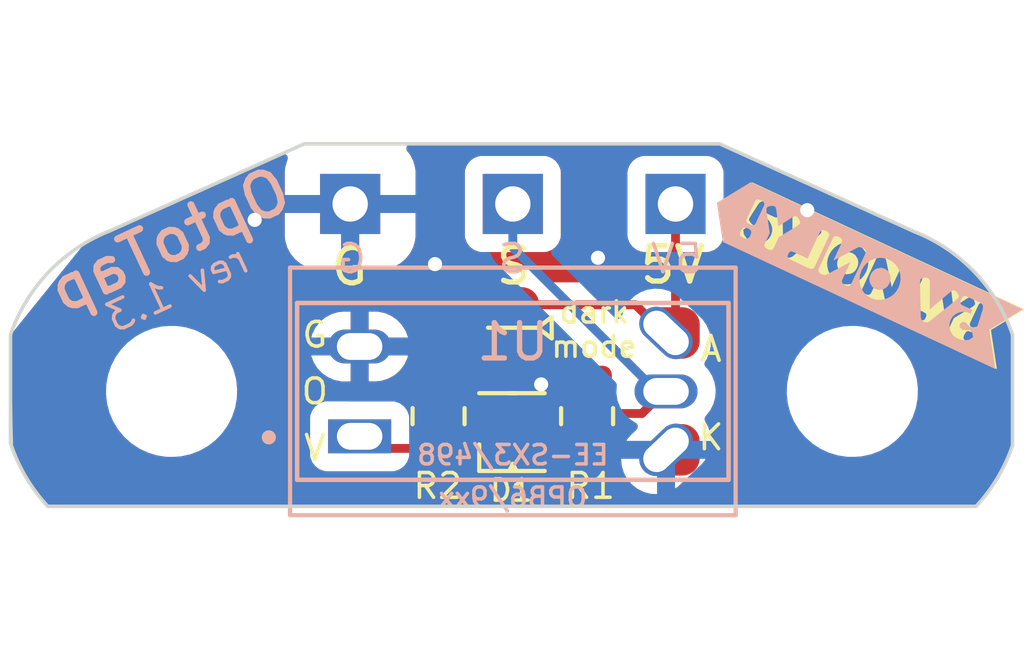
<source format=kicad_pcb>
(kicad_pcb (version 20221018) (generator pcbnew)
  (layers (0 "F.Cu" signal) (31 "B.Cu" signal) (34 "B.Paste" user) (35 "F.Paste" user) (36 "B.SilkS" user "B.Silkscreen") (37 "F.SilkS" user "F.Silkscreen") (38 "B.Mask" user) (39 "F.Mask" user) (44 "Edge.Cuts" user))
  (net 0 "")
  (net 1 "SIG")
  (net 2 "+5V")
  (net 3 "GND")
  (net 4 "Net-(D1-Pad2)")
  (net 6 "Net-(R2-Pad2)")
  (net 7 "Net-(JP1-Pad1)")
  (footprint "Jumper:SolderJumper-2_P1.3mm_Bridged_RoundedPad1.0x1.5mm" (layer "F.Cu") (at 112.4 63.7 90)
    (fp_text reference "JP1" hide)
    (fp_text value "SolderJumper_2_Bridged")
    (fp_poly (pts (xy 0.25 -0.3) (xy -0.25 -0.3) (xy -0.25 0.3) (xy 0.25 0.3)) (fill solid) (layer "F.Cu"))
    (fp_line (start -0.3 1.1) (end 0.3 1.1) (stroke (width 0.12)) (layer "F.SilkS"))
    (fp_line (start 0 -0.7) (end 0 0.7) (stroke (width 0.12)) (layer "F.SilkS"))
    (fp_line (start 0 0.7) (end -0.3 1.1) (stroke (width 0.12)) (layer "F.SilkS"))
    (fp_line (start 0.3 1.1) (end 0 0.7) (stroke (width 0.12)) (layer "F.SilkS"))
    (pad "1" smd custom (at -0.65 0 90) (size 1 0.5) (layers "F.Cu" "F.Mask") (net 7 "Net-(JP1-Pad1)") (options (clearance outline) (anchor rect)) (primitives (gr_circle (center 0 0.25) (end 0.5 0.25) (width 0) (fill yes)) (gr_circle (center 0 -0.25) (end 0.5 -0.25) (width 0) (fill yes)) (gr_poly (pts (xy 0.5 0.75) (xy 0 0.75) (xy 0 -0.75) (xy 0.5 -0.75)) (width 0) (fill yes))))
    (pad "2" smd custom (at 0.65 0 90) (size 1 0.5) (layers "F.Cu" "F.Mask") (net 2 "+5V") (options (clearance outline) (anchor rect)) (primitives (gr_circle (center 0 0.25) (end 0.5 0.25) (width 0) (fill yes)) (gr_circle (center 0 -0.25) (end 0.5 -0.25) (width 0) (fill yes)) (gr_poly (pts (xy 0 0.75) (xy -0.5 0.75) (xy -0.5 -0.75) (xy 0 -0.75)) (width 0) (fill yes))))
  )
  (footprint "" (layer "F.Cu") (at 122 65.5)
    (fp_text reference "" (at 0 0) (layer "F.SilkS") (effects (font (size 1.27 1.27))))
    (fp_text value "" (at 0 0) (layer "F.SilkS") (effects (font (size 1.27 1.27))))
    (pad "" np_thru_hole circle locked (at 0 0) (size 3.2 3.2) (drill 3.2) (layers "*.Cu" "*.Mask"))
  )
  (footprint "Connector_PinHeader_2.54mm:PinHeader_1x01_P2.54mm_Vertical" (layer "F.Cu") (at 107.8 60.2)
    (fp_text reference "J1" hide)
    (fp_text value "Conn_01x01_Male")
    (pad "1" thru_hole rect (at 0 0) (size 1.7 1.7) (drill 1) (layers "*.Cu" "*.Mask") (net 3 "GND") (thermal_gap 1))
  )
  (footprint "Resistor_SMD:R_0805_2012Metric" (layer "F.Cu") (at 110.3 66.2 -90)
    (fp_text reference "R2" (at 1.975 0.025 180) (layer "F.SilkS") (effects (font (size 0.7 0.7) (thickness 0.1))))
    (fp_text value "200R")
    (fp_line (start -0.227064 -0.735) (end 0.227064 -0.735) (stroke (width 0.12)) (layer "F.SilkS"))
    (fp_line (start -0.227064 0.735) (end 0.227064 0.735) (stroke (width 0.12)) (layer "F.SilkS"))
    (pad "1" smd roundrect (at -0.9125 0 270) (size 1.025 1.4) (layers "F.Cu" "F.Paste" "F.Mask") (roundrect_rratio 0.243902439) (net 2 "+5V"))
    (pad "2" smd roundrect (at 0.9125 0 270) (size 1.025 1.4) (layers "F.Cu" "F.Paste" "F.Mask") (roundrect_rratio 0.243902439) (net 6 "Net-(R2-Pad2)"))
  )
  (footprint "LED_SMD:LED_0606_1432" (layer "F.Cu") (at 112.4 66.65 90)
    (fp_text reference "D1" (at -1.65 -0.05 unlocked) (layer "F.SilkS") (effects (font (size 0.6 0.6) (thickness 0.1))))
    (fp_text value "XL-1615RGBC")
    (fp_line (start -1.1 -0.95) (end -0.35 -0.95) (stroke (width 0.12)) (layer "F.SilkS"))
    (fp_line (start -1.1 -0.1) (end -0.9 0) (stroke (width 0.12)) (layer "F.SilkS"))
    (fp_line (start -1.1 0.9) (end -1.1 -0.95) (stroke (width 0.12)) (layer "F.SilkS"))
    (fp_line (start -0.9 0) (end -1.1 0.1) (stroke (width 0.12)) (layer "F.SilkS"))
    (fp_line (start 1.1 -0.1) (end 1.1 0.1) (stroke (width 0.12)) (layer "F.SilkS"))
    (fp_line (start 1.1 0.9) (end 1.1 -0.95) (stroke (width 0.12)) (layer "F.SilkS"))
    (pad "1" smd rect (at -0.7 -0.5 90) (size 0.6 0.7) (layers "F.Cu" "F.Paste" "F.Mask") (net 1 "SIG"))
    (pad "2" smd rect (at -0.7 0.5 90) (size 0.6 0.7) (layers "F.Cu" "F.Paste" "F.Mask") (net 4 "Net-(D1-Pad2)"))
    (pad "3" smd rect (at 0.7 0.5 90) (size 0.6 0.7) (layers "F.Cu" "F.Paste" "F.Mask") (net 3 "GND"))
    (pad "4" smd rect (at 0.7 -0.5 90) (size 0.6 0.7) (layers "F.Cu" "F.Paste" "F.Mask"))
  )
  (footprint "Connector_PinHeader_2.54mm:PinHeader_1x01_P2.54mm_Vertical" (layer "F.Cu") (at 112.4 60.2)
    (fp_text reference "J2" hide)
    (fp_text value "Conn_01x01_Male")
    (pad "1" thru_hole rect (at 0 0) (size 1.7 1.7) (drill 1) (layers "*.Cu" "*.Mask") (net 1 "SIG"))
  )
  (footprint "" (layer "F.Cu") (at 102.75 65.5)
    (fp_text reference "" (at 0 0) (layer "F.SilkS") (effects (font (size 1.27 1.27))))
    (fp_text value "" (at 0 0) (layer "F.SilkS") (effects (font (size 1.27 1.27))))
    (pad "" np_thru_hole circle locked (at 0 0) (size 3.2 3.2) (drill 3.2) (layers "*.Cu" "*.Mask"))
  )
  (footprint "Resistor_SMD:R_0805_2012Metric" (layer "F.Cu") (at 114.5 66.2 -90)
    (fp_text reference "R1" (at 1.975 -0.1 180) (layer "F.SilkS") (effects (font (size 0.7 0.7) (thickness 0.1))))
    (fp_text value "1K")
    (fp_line (start -0.227064 -0.735) (end 0.227064 -0.735) (stroke (width 0.12)) (layer "F.SilkS"))
    (fp_line (start -0.227064 0.735) (end 0.227064 0.735) (stroke (width 0.12)) (layer "F.SilkS"))
    (pad "1" smd roundrect (at -0.9125 0 270) (size 1.025 1.4) (layers "F.Cu" "F.Paste" "F.Mask") (roundrect_rratio 0.243902439) (net 7 "Net-(JP1-Pad1)"))
    (pad "2" smd roundrect (at 0.9125 0 270) (size 1.025 1.4) (layers "F.Cu" "F.Paste" "F.Mask") (roundrect_rratio 0.243902439) (net 4 "Net-(D1-Pad2)"))
  )
  (footprint "kibuzzard-6366C103" (layer "F.Cu") (at 122.35 62.1 -25)
    (fp_text reference "kibuzzard-6366C103" hide)
    (fp_text value "G***" hide)
    (fp_poly (pts (xy -0.8255 0) (xy -0.815358 0.088283) (xy -0.784931 0.164747) (xy -0.734219 0.229394) (xy -0.63758 0.295473) (xy -0.530225 0.3175) (xy -0.423069 0.296069) (xy -0.327025 0.231775) (xy -0.276754 0.168099) (xy -0.246592 0.091369) (xy -0.236537 0.001588) (xy -0.24668 -0.088371) (xy -0.277107 -0.165629) (xy -0.327819 -0.230187) (xy -0.424458 -0.295672) (xy -0.531812 -0.3175) (xy -0.638969 -0.295473) (xy -0.735012 -0.229394) (xy -0.785283 -0.164747) (xy -0.815446 -0.088283) (xy -0.8255 0)) (fill solid) (layer "F.SilkS"))
    (fp_poly (pts (xy -3.608387 -0.932392) (xy -3.939117 -0.932392) (xy -4.560711 0) (xy -3.939117 0.932392) (xy -3.608387 0.932392) (xy -3.228975 0.932392) (xy -3.228975 0.601663) (xy -3.324225 0.593372) (xy -3.413125 0.568501) (xy -3.495675 0.52705) (xy -3.535362 0.496888) (xy -3.548062 0.485775) (xy -3.608387 0.390525) (xy -3.54965 0.287338) (xy -3.457575 0.23495) (xy -3.351212 0.28575) (xy -3.251994 0.319088) (xy -3.147219 0.288925) (xy -3.113088 0.205581) (xy -3.150394 0.121444) (xy -3.235325 0.090488) (xy -3.311525 0.119063) (xy -3.398044 0.155575) (xy -3.498056 0.125413) (xy -3.571875 0.076994) (xy -3.589337 0.0381) (xy -3.5814 -0.036116) (xy -3.557587 -0.217487) (xy -3.533378 -0.396081) (xy -3.52425 -0.461962) (xy -3.513137 -0.4953) (xy -3.490119 -0.538163) (xy -3.448844 -0.572294) (xy -3.38455 -0.587375) (xy -3.14325 -0.585787) (xy -2.994025 -0.585787) (xy -2.938462 -0.583406) (xy -2.897187 -0.568325) (xy -2.865041 -0.525463) (xy -2.854325 -0.441325) (xy -2.864247 -0.364728) (xy -2.894012 -0.325437) (xy -2.932906 -0.310356) (xy -2.9845 -0.307975) (xy -3.262312 -0.307975) (xy -3.278187 -0.187325) (xy -3.222625 -0.1905) (xy -3.125435 -0.177888) (xy -3.034947 -0.140053) (xy -2.951162 -0.076994) (xy -2.884135 0.004322) (xy -2.843918 0.096926) (xy -2.830512 0.200819) (xy -2.843212 0.305241) (xy -2.881312 0.399433) (xy -2.944813 0.483394) (xy -3.027186 0.549099) (xy -3.121907 0.588522) (xy -3.228975 0.601663) (xy -3.228975 0.932392) (xy -2.160587 0.932392) (xy -2.160587 0.57785) (xy -2.176462 0.57785) (xy -2.251869 0.556419) (xy -2.30505 0.500063) (xy -2.7432 -0.388937) (xy -2.767012 -0.465137) (xy -2.743597 -0.518319) (xy -2.67335 -0.566737) (xy -2.593181 -0.593725) (xy -2.551112 -0.587375) (xy -2.524125 -0.56515) (xy -2.497931 -0.523081) (xy -2.476698 -0.478631) (xy -2.436812 -0.391319) (xy -2.385814 -0.279202) (xy -2.331244 -0.160337) (xy -2.276475 -0.041473) (xy -2.224881 0.070644) (xy -2.185789 0.155377) (xy -2.168525 0.192088) (xy -1.851025 -0.503238) (xy -1.8288 -0.550862) (xy -1.75895 -0.593725) (xy -1.665287 -0.566737) (xy -1.595041 -0.518319) (xy -1.571625 -0.465137) (xy -1.595437 -0.388937) (xy -2.033587 0.500063) (xy -2.086769 0.556419) (xy -2.160587 0.57785) (xy -2.160587 0.932392) (xy -0.52705 0.932392) (xy -0.52705 0.598488) (xy -0.643186 0.587573) (xy -0.750292 0.554831) (xy -0.84837 0.500261) (xy -0.937419 0.423863) (xy -1.011386 0.332383) (xy -1.06422 0.232569) (xy -1.095921 0.12442) (xy -1.106487 0.007938) (xy -1.094581 -0.119658) (xy -1.058862 -0.238919) (xy -1.0033 -0.344686) (xy -0.931862 -0.4318) (xy -0.846534 -0.501253) (xy -0.7493 -0.554037) (xy -0.644525 -0.587375) (xy -0.536575 -0.598487) (xy -0.42297 -0.587871) (xy -0.317103 -0.556022) (xy -0.218976 -0.50294) (xy -0.128587 -0.428625) (xy -0.052884 -0.338584) (xy 0.001191 -0.238323) (xy 0.033635 -0.127843) (xy 0.04445 -0.007144) (xy 0.034131 0.114002) (xy 0.003175 0.225822) (xy -0.048419 0.328315) (xy -0.12065 0.421481) (xy -0.207962 0.498921) (xy -0.3048 0.554236) (xy -0.411162 0.587425) (xy -0.52705 0.598488) (xy -0.52705 0.932392) (xy 1.02235 0.932392) (xy 1.02235 0.579438) (xy 0.936625 0.569913) (xy 0.896938 0.53975) (xy 0.784666 0.390172) (xy 0.685976 0.258939) (xy 0.600869 0.14605) (xy 0.529343 0.051506) (xy 0.471399 -0.024694) (xy 0.427038 -0.08255) (xy 0.427038 0.439738) (xy 0.424656 0.4953) (xy 0.409575 0.536575) (xy 0.367506 0.568722) (xy 0.28575 0.579438) (xy 0.206375 0.568722) (xy 0.1651 0.536575) (xy 0.150019 0.493713) (xy 0.147638 0.43815) (xy 0.147638 -0.447675) (xy 0.162719 -0.535781) (xy 0.207963 -0.573087) (xy 0.28575 -0.582613) (xy 0.361156 -0.573881) (xy 0.40005 -0.554037) (xy 0.436563 -0.512762) (xy 0.542043 -0.369491) (xy 0.635176 -0.243417) (xy 0.715963 -0.134541) (xy 0.784401 -0.042862) (xy 0.840493 0.031618) (xy 0.884238 0.0889) (xy 0.884238 -0.447675) (xy 0.899319 -0.535781) (xy 0.944563 -0.573087) (xy 1.019969 -0.582613) (xy 1.092994 -0.574675) (xy 1.134269 -0.555625) (xy 1.154113 -0.522287) (xy 1.163638 -0.441325) (xy 1.163638 0.439738) (xy 1.161256 0.4953) (xy 1.146175 0.536575) (xy 1.104106 0.568722) (xy 1.02235 0.579438) (xy 1.02235 0.932392) (xy 2.001838 0.932392) (xy 2.001838 0.579438) (xy 1.430338 0.579438) (xy 1.342231 0.564356) (xy 1.300163 0.519113) (xy 1.290638 0.43815) (xy 1.290638 -0.4445) (xy 1.293019 -0.499269) (xy 1.3081 -0.541337) (xy 1.350169 -0.573484) (xy 1.431925 -0.5842) (xy 1.520428 -0.569516) (xy 1.563688 -0.525463) (xy 1.571625 -0.442912) (xy 1.571625 0.344488) (xy 2.003425 0.344488) (xy 2.079625 0.356394) (xy 2.111375 0.3937) (xy 2.119313 0.461169) (xy 2.111375 0.528638) (xy 2.084388 0.563563) (xy 2.001838 0.579438) (xy 2.001838 0.932392) (xy 2.703513 0.932392) (xy 2.703513 0.582613) (xy 2.62255 0.573088) (xy 2.579688 0.538956) (xy 2.564606 0.496094) (xy 2.562225 0.439738) (xy 2.562225 0.1397) (xy 2.219325 -0.373062) (xy 2.182813 -0.4572) (xy 2.200275 -0.507008) (xy 2.252663 -0.554831) (xy 2.352675 -0.601663) (xy 2.4003 -0.588963) (xy 2.45745 -0.523875) (xy 2.703513 -0.130175) (xy 2.949575 -0.523875) (xy 3.001963 -0.586581) (xy 3.053556 -0.601663) (xy 3.146425 -0.561975) (xy 3.204766 -0.508794) (xy 3.224213 -0.4572) (xy 3.1877 -0.373062) (xy 2.8448 0.1397) (xy 2.8448 0.442913) (xy 2.842419 0.497681) (xy 2.827338 0.53975) (xy 2.784475 0.573088) (xy 2.703513 0.582613) (xy 2.703513 0.932392) (xy 3.469481 0.932392) (xy 3.469481 0.581025) (xy 3.389709 0.573286) (xy 3.342481 0.550069) (xy 3.319264 0.504627) (xy 3.311525 0.430213) (xy 3.3274 0.337344) (xy 3.375819 0.295275) (xy 3.459163 0.286159) (xy 3.459163 0.160338) (xy 3.3782 0.1524) (xy 3.336131 0.123825) (xy 3.321844 0.087313) (xy 3.319462 0.0381) (xy 3.319462 -0.465137) (xy 3.321844 -0.515144) (xy 3.336925 -0.55245) (xy 3.379788 -0.581819) (xy 3.46075 -0.59055) (xy 3.541713 -0.581819) (xy 3.583781 -0.551656) (xy 3.598069 -0.513556) (xy 3.60045 -0.46355) (xy 3.60045 0.039688) (xy 3.598069 0.0889) (xy 3.582987 0.124619) (xy 3.540125 0.1524) (xy 3.459163 0.160338) (xy 3.459163 0.286159) (xy 3.477419 0.284163) (xy 3.577431 0.314325) (xy 3.608388 0.409575) (xy 3.608388 0.434975) (xy 3.606006 0.491331) (xy 3.590925 0.534988) (xy 3.547864 0.569516) (xy 3.469481 0.581025) (xy 3.469481 0.932392) (xy 3.608388 0.932392) (xy 3.939117 0.932392) (xy 4.560711 0.932392) (xy 3.939117 0) (xy 4.560711 -0.932392) (xy 3.939117 -0.932392) (xy 3.608388 -0.932392) (xy -3.608387 -0.932392)) (fill solid) (layer "F.SilkS"))
  )
  (footprint "Connector_PinHeader_2.54mm:PinHeader_1x01_P2.54mm_Vertical" (layer "F.Cu") (at 117 60.2)
    (fp_text reference "J3" hide)
    (fp_text value "Conn_01x01_Male")
    (pad "1" thru_hole rect (at 0 0) (size 1.7 1.7) (drill 1) (layers "*.Cu" "*.Mask") (net 2 "+5V"))
  )
  (footprint "kibuzzard-6366BF75" (layer "B.Cu") (at 122.302977 62.093652 155)
    (fp_text reference "kibuzzard-6366BF75" hide)
    (fp_text value "G***" hide)
    (fp_poly (pts (xy -0.8255 0) (xy -0.815358 -0.088283) (xy -0.784931 -0.164747) (xy -0.734219 -0.229394) (xy -0.63758 -0.295473) (xy -0.530225 -0.3175) (xy -0.423069 -0.296069) (xy -0.327025 -0.231775) (xy -0.276754 -0.168099) (xy -0.246592 -0.091369) (xy -0.236537 -0.001588) (xy -0.24668 0.088371) (xy -0.277107 0.165629) (xy -0.327819 0.230187) (xy -0.424458 0.295672) (xy -0.531812 0.3175) (xy -0.638969 0.295473) (xy -0.735012 0.229394) (xy -0.785283 0.164747) (xy -0.815446 0.088283) (xy -0.8255 0)) (fill solid) (layer "B.SilkS"))
    (fp_poly (pts (xy -3.608387 0.932392) (xy -3.939117 0.932392) (xy -4.560711 0.932392) (xy -3.939117 0) (xy -4.560711 -0.932392) (xy -3.939117 -0.932392) (xy -3.608387 -0.932392) (xy -3.228975 -0.932392) (xy -3.228975 -0.601663) (xy -3.324225 -0.593372) (xy -3.413125 -0.568501) (xy -3.495675 -0.52705) (xy -3.535362 -0.496888) (xy -3.548062 -0.485775) (xy -3.608387 -0.390525) (xy -3.54965 -0.287338) (xy -3.457575 -0.23495) (xy -3.351212 -0.28575) (xy -3.251994 -0.319088) (xy -3.147219 -0.288925) (xy -3.113088 -0.205581) (xy -3.150394 -0.121444) (xy -3.235325 -0.090488) (xy -3.311525 -0.119063) (xy -3.398044 -0.155575) (xy -3.498056 -0.125413) (xy -3.571875 -0.076994) (xy -3.589337 -0.0381) (xy -3.5814 0.036116) (xy -3.557587 0.217487) (xy -3.533378 0.396081) (xy -3.52425 0.461962) (xy -3.513137 0.4953) (xy -3.490119 0.538163) (xy -3.448844 0.572294) (xy -3.38455 0.587375) (xy -3.14325 0.585787) (xy -2.994025 0.585787) (xy -2.938462 0.583406) (xy -2.897187 0.568325) (xy -2.865041 0.525463) (xy -2.854325 0.441325) (xy -2.864247 0.364728) (xy -2.894012 0.325437) (xy -2.932906 0.310356) (xy -2.9845 0.307975) (xy -3.262312 0.307975) (xy -3.278187 0.187325) (xy -3.222625 0.1905) (xy -3.125435 0.177888) (xy -3.034947 0.140053) (xy -2.951162 0.076994) (xy -2.884135 -0.004322) (xy -2.843918 -0.096926) (xy -2.830512 -0.200819) (xy -2.843212 -0.305241) (xy -2.881312 -0.399433) (xy -2.944813 -0.483394) (xy -3.027186 -0.549099) (xy -3.121907 -0.588522) (xy -3.228975 -0.601663) (xy -3.228975 -0.932392) (xy -2.160587 -0.932392) (xy -2.160587 -0.57785) (xy -2.176462 -0.57785) (xy -2.251869 -0.556419) (xy -2.30505 -0.500063) (xy -2.7432 0.388937) (xy -2.767012 0.465137) (xy -2.743597 0.518319) (xy -2.67335 0.566737) (xy -2.593181 0.593725) (xy -2.551112 0.587375) (xy -2.524125 0.56515) (xy -2.497931 0.523081) (xy -2.476698 0.478631) (xy -2.436812 0.391319) (xy -2.385814 0.279202) (xy -2.331244 0.160337) (xy -2.276475 0.041473) (xy -2.224881 -0.070644) (xy -2.185789 -0.155377) (xy -2.168525 -0.192088) (xy -1.851025 0.503238) (xy -1.8288 0.550862) (xy -1.75895 0.593725) (xy -1.665287 0.566737) (xy -1.595041 0.518319) (xy -1.571625 0.465137) (xy -1.595437 0.388937) (xy -2.033587 -0.500063) (xy -2.086769 -0.556419) (xy -2.160587 -0.57785) (xy -2.160587 -0.932392) (xy -0.52705 -0.932392) (xy -0.52705 -0.598488) (xy -0.643186 -0.587573) (xy -0.750292 -0.554831) (xy -0.84837 -0.500261) (xy -0.937419 -0.423863) (xy -1.011386 -0.332383) (xy -1.06422 -0.232569) (xy -1.095921 -0.12442) (xy -1.106487 -0.007938) (xy -1.094581 0.119658) (xy -1.058862 0.238919) (xy -1.0033 0.344686) (xy -0.931862 0.4318) (xy -0.846534 0.501253) (xy -0.7493 0.554037) (xy -0.644525 0.587375) (xy -0.536575 0.598487) (xy -0.42297 0.587871) (xy -0.317103 0.556022) (xy -0.218976 0.50294) (xy -0.128587 0.428625) (xy -0.052884 0.338584) (xy 0.001191 0.238323) (xy 0.033635 0.127843) (xy 0.04445 0.007144) (xy 0.034131 -0.114002) (xy 0.003175 -0.225822) (xy -0.048419 -0.328315) (xy -0.12065 -0.421481) (xy -0.207962 -0.498921) (xy -0.3048 -0.554236) (xy -0.411162 -0.587425) (xy -0.52705 -0.598488) (xy -0.52705 -0.932392) (xy 1.02235 -0.932392) (xy 1.02235 -0.579438) (xy 0.936625 -0.569913) (xy 0.896938 -0.53975) (xy 0.784666 -0.390172) (xy 0.685976 -0.258939) (xy 0.600869 -0.14605) (xy 0.529343 -0.051506) (xy 0.471399 0.024694) (xy 0.427038 0.08255) (xy 0.427038 -0.439738) (xy 0.424656 -0.4953) (xy 0.409575 -0.536575) (xy 0.367506 -0.568722) (xy 0.28575 -0.579438) (xy 0.206375 -0.568722) (xy 0.1651 -0.536575) (xy 0.150019 -0.493713) (xy 0.147638 -0.43815) (xy 0.147638 0.447675) (xy 0.162719 0.535781) (xy 0.207963 0.573087) (xy 0.28575 0.582613) (xy 0.361156 0.573881) (xy 0.40005 0.554037) (xy 0.436563 0.512762) (xy 0.542043 0.369491) (xy 0.635176 0.243417) (xy 0.715963 0.134541) (xy 0.784401 0.042862) (xy 0.840493 -0.031618) (xy 0.884238 -0.0889) (xy 0.884238 0.447675) (xy 0.899319 0.535781) (xy 0.944563 0.573087) (xy 1.019969 0.582613) (xy 1.092994 0.574675) (xy 1.134269 0.555625) (xy 1.154113 0.522287) (xy 1.163638 0.441325) (xy 1.163638 -0.439738) (xy 1.161256 -0.4953) (xy 1.146175 -0.536575) (xy 1.104106 -0.568722) (xy 1.02235 -0.579438) (xy 1.02235 -0.932392) (xy 2.001838 -0.932392) (xy 2.001838 -0.579438) (xy 1.430338 -0.579438) (xy 1.342231 -0.564356) (xy 1.300163 -0.519113) (xy 1.290638 -0.43815) (xy 1.290638 0.4445) (xy 1.293019 0.499269) (xy 1.3081 0.541337) (xy 1.350169 0.573484) (xy 1.431925 0.5842) (xy 1.520428 0.569516) (xy 1.563688 0.525463) (xy 1.571625 0.442912) (xy 1.571625 -0.344488) (xy 2.003425 -0.344488) (xy 2.079625 -0.356394) (xy 2.111375 -0.3937) (xy 2.119313 -0.461169) (xy 2.111375 -0.528638) (xy 2.084388 -0.563563) (xy 2.001838 -0.579438) (xy 2.001838 -0.932392) (xy 2.703513 -0.932392) (xy 2.703513 -0.582613) (xy 2.62255 -0.573088) (xy 2.579688 -0.538956) (xy 2.564606 -0.496094) (xy 2.562225 -0.439738) (xy 2.562225 -0.1397) (xy 2.219325 0.373062) (xy 2.182813 0.4572) (xy 2.200275 0.507008) (xy 2.252663 0.554831) (xy 2.352675 0.601663) (xy 2.4003 0.588963) (xy 2.45745 0.523875) (xy 2.703513 0.130175) (xy 2.949575 0.523875) (xy 3.001963 0.586581) (xy 3.053556 0.601663) (xy 3.146425 0.561975) (xy 3.204766 0.508794) (xy 3.224213 0.4572) (xy 3.1877 0.373062) (xy 2.8448 -0.1397) (xy 2.8448 -0.442913) (xy 2.842419 -0.497681) (xy 2.827338 -0.53975) (xy 2.784475 -0.573088) (xy 2.703513 -0.582613) (xy 2.703513 -0.932392) (xy 3.469481 -0.932392) (xy 3.469481 -0.581025) (xy 3.389709 -0.573286) (xy 3.342481 -0.550069) (xy 3.319264 -0.504627) (xy 3.311525 -0.430213) (xy 3.3274 -0.337344) (xy 3.375819 -0.295275) (xy 3.459163 -0.286159) (xy 3.459163 -0.160338) (xy 3.3782 -0.1524) (xy 3.336131 -0.123825) (xy 3.321844 -0.087313) (xy 3.319462 -0.0381) (xy 3.319462 0.465137) (xy 3.321844 0.515144) (xy 3.336925 0.55245) (xy 3.379788 0.581819) (xy 3.46075 0.59055) (xy 3.541713 0.581819) (xy 3.583781 0.551656) (xy 3.598069 0.513556) (xy 3.60045 0.46355) (xy 3.60045 -0.039688) (xy 3.598069 -0.0889) (xy 3.582987 -0.124619) (xy 3.540125 -0.1524) (xy 3.459163 -0.160338) (xy 3.459163 -0.286159) (xy 3.477419 -0.284163) (xy 3.577431 -0.314325) (xy 3.608388 -0.409575) (xy 3.608388 -0.434975) (xy 3.606006 -0.491331) (xy 3.590925 -0.534988) (xy 3.547864 -0.569516) (xy 3.469481 -0.581025) (xy 3.469481 -0.932392) (xy 3.608388 -0.932392) (xy 3.939117 -0.932392) (xy 4.560711 0) (xy 3.939117 0.932392) (xy 3.608388 0.932392) (xy -3.608387 0.932392)) (fill solid) (layer "B.SilkS"))
  )
  (footprint "footprints:OPTO_EE-SX398_OPB666N" (layer "B.Cu") (at 112.4 65.5 180)
    (fp_text reference "U1" (at 0 1.4) (layer "B.SilkS") (effects (justify mirror)))
    (fp_text value "OPB961N5/EE-SX398")
    (fp_text user "EE-SX3/498" (at 0 -1.8) (layer "B.SilkS") (effects (font (size 0.55 0.55) (thickness 0.1)) (justify mirror)))
    (fp_text user "OPB6/9xx" (at 0 -3) (layer "B.SilkS") (effects (font (size 0.55 0.55) (thickness 0.1)) (justify mirror)))
    (fp_text user "A" (at -5.6 1.2) (layer "F.SilkS") (effects (font (size 0.7 0.7) (thickness 0.1))))
    (fp_text user "V" (at 5.6 -1.6) (layer "F.SilkS") (effects (font (size 0.7 0.7) (thickness 0.1))))
    (fp_text user "G" (at 5.6 1.6) (layer "F.SilkS") (effects (font (size 0.7 0.7) (thickness 0.1))))
    (fp_text user "O" (at 5.6 0) (layer "F.SilkS") (effects (font (size 0.7 0.7) (thickness 0.1))))
    (fp_text user "K" (at -5.6 -1.3) (layer "F.SilkS") (effects (font (size 0.7 0.7) (thickness 0.1))))
    (fp_poly (pts (arc (start -4.06679 -2.38) (mid -3.62529 -2.080222) (end -3.741061 -1.559275)) (arc (start -4.277061 -1.054275) (mid -4.427568 -0.9585) (end -4.60279 -0.925)) (arc (start -4.78479 -0.925) (mid -5.138343 -1.071447) (end -5.28479 -1.425)) (arc (start -5.28479 -1.88) (mid -5.138343 -2.233553) (end -4.78479 -2.38))) (fill solid) (layer "F.Cu"))
    (fp_poly (pts (arc (start -3.741061 1.559275) (mid -3.62529 2.080222) (end -4.06679 2.38)) (arc (start -4.78479 2.38) (mid -5.138343 2.233553) (end -5.28479 1.88)) (arc (start -5.28479 1.425) (mid -5.138343 1.071447) (end -4.78479 0.925)) (arc (start -4.60279 0.925) (mid -4.427568 0.9585) (end -4.277061 1.054275))) (fill solid) (layer "F.Cu"))
    (fp_line (start -6.3 -3.5) (end 6.3 -3.5) (stroke (width 0.12)) (layer "B.SilkS"))
    (fp_line (start -6.3 3.5) (end -6.3 -3.5) (stroke (width 0.12)) (layer "B.SilkS"))
    (fp_line (start -6.3 3.5) (end 6.3 3.5) (stroke (width 0.12)) (layer "B.SilkS"))
    (fp_line (start -6.1 2.5) (end -6.1 -2.5) (stroke (width 0.127)) (layer "B.SilkS"))
    (fp_line (start 6.1 -2.5) (end -6.1 -2.5) (stroke (width 0.127)) (layer "B.SilkS"))
    (fp_line (start 6.1 -2.5) (end 6.1 2.5) (stroke (width 0.127)) (layer "B.SilkS"))
    (fp_line (start 6.1 2.5) (end -6.1 2.5) (stroke (width 0.127)) (layer "B.SilkS"))
    (fp_line (start 6.3 3.5) (end 6.3 -3.5) (stroke (width 0.12)) (layer "B.SilkS"))
    (fp_circle (center 6.9 -1.3) (end 7 -1.3) (stroke (width 0.2)) (fill none) (layer "B.SilkS"))
    (pad "1" thru_hole rect (at 4.332 -1.27) (size 1.782 0.958) (drill oval 1.286 0.758) (layers "*.Cu" "*.Mask") (net 6 "Net-(R2-Pad2)"))
    (pad "2" thru_hole oval (at 4.332 1.27) (size 1.782 0.958) (drill oval 1.286 0.758) (layers "*.Cu" "*.Mask") (net 3 "GND"))
    (pad "3" thru_hole oval (at -4.332 1.653 316.7) (size 1.722 0.955) (drill oval 1.486 0.755) (layers "*.Cu" "*.Mask") (net 2 "+5V"))
    (pad "4" thru_hole oval (at -4.332 0) (size 1.782 0.958) (drill oval 1.286 0.758) (layers "*.Cu" "*.Mask") (net 1 "SIG"))
    (pad "5" thru_hole oval (at -4.332 -1.653 43.3) (size 1.722 0.955) (drill oval 1.486 0.755) (layers "*.Cu" "*.Mask") (net 3 "GND"))
  )
  (gr_arc (start 99.250001 68.749999) (mid 98.623975 67.908594) (end 98.194814 66.951676) (stroke (width 0.1)) (layer "Edge.Cuts"))
  (gr_line (start 123.760651 60.986127) (end 118.25 58.5) (stroke (width 0.1)) (layer "Edge.Cuts"))
  (gr_line (start 126.529551 63.90155) (end 126.529551 67.02655) (stroke (width 0.1)) (layer "Edge.Cuts"))
  (gr_line (start 99.250001 68.749999) (end 125.5 68.75) (stroke (width 0.1)) (layer "Edge.Cuts"))
  (gr_arc (start 123.760651 60.986127) (mid 125.466917 62.138197) (end 126.529551 63.90155) (stroke (width 0.1)) (layer "Edge.Cuts"))
  (gr_arc (start 126.529551 67.02655) (mid 126.10566 67.942567) (end 125.5 68.75) (stroke (width 0.1)) (layer "Edge.Cuts"))
  (gr_line (start 98.194814 66.951676) (end 98.194814 63.901676) (stroke (width 0.1)) (layer "Edge.Cuts"))
  (gr_line (start 100.987265 60.968128) (end 106.5 58.5) (stroke (width 0.1)) (layer "Edge.Cuts"))
  (gr_arc (start 98.194814 63.901676) (mid 99.270799 62.130065) (end 100.987265 60.968128) (stroke (width 0.1)) (layer "Edge.Cuts"))
  (gr_line (start 118.25 58.5) (end 106.5 58.5) (stroke (width 0.1)) (layer "Edge.Cuts"))
  (gr_text "rev 1.3" (at 104.925 61.65 25) (layer "B.SilkS") (effects (font (size 0.8 0.8) (thickness 0.1)) (justify left mirror)))
  (gr_text "S" (at 112.375 61.75) (layer "B.SilkS") (effects (font (size 0.8 0.8) (thickness 0.1)) (justify mirror)))
  (gr_text "OptoTap\n" (at 106.075 59.65 25) (layer "B.SilkS") (effects (font (size 1.2 1.2) (thickness 0.2)) (justify left mirror)))
  (gr_text "5V" (at 117.025 61.75) (layer "B.SilkS") (effects (font (size 0.8 0.8) (thickness 0.1)) (justify mirror)))
  (gr_text "G" (at 107.85 61.75) (layer "B.SilkS") (effects (font (size 0.8 0.8) (thickness 0.1)) (justify mirror)))
  (gr_text "G" (at 107.775 61.975) (layer "F.SilkS") (effects (font (size 1 1))))
  (gr_text "dark\nmode" (at 114.7 63.75) (layer "F.SilkS") (effects (font (size 0.6 0.6) (thickness 0.1))))
  (gr_text "5V" (at 116.925 61.925) (layer "F.SilkS") (effects (font (size 1 1))))
  (gr_text "S" (at 112.425 61.95) (layer "F.SilkS") (effects (font (size 1 1))))
  (segment (start 111.9 66.8) (end 112.087973 66.612027) (width 0.25) (layer "F.Cu") (net 1))
  (segment (start 113.962987 66.12452) (end 116.05148 66.12452) (width 0.25) (layer "F.Cu") (net 1))
  (segment (start 112.087973 66.612027) (end 113.47548 66.612027) (width 0.25) (layer "F.Cu") (net 1))
  (segment (start 111.9 67.35) (end 111.9 66.8) (width 0.25) (layer "F.Cu") (net 1))
  (segment (start 113.47548 66.612027) (end 113.962987 66.12452) (width 0.25) (layer "F.Cu") (net 1))
  (segment (start 116.05148 66.12452) (end 116.676 65.5) (width 0.25) (layer "F.Cu") (net 1))
  (segment (start 112.4 61.435) (end 112.4 60.2) (width 0.25) (layer "B.Cu") (net 1))
  (segment (start 116.465 65.5) (end 112.4 61.435) (width 0.25) (layer "B.Cu") (net 1))
  (segment (start 112.4 63.05) (end 110.95 63.05) (width 0.25) (layer "F.Cu") (net 2))
  (segment (start 116.732 63.913) (end 115.869 63.05) (width 0.25) (layer "F.Cu") (net 2))
  (segment (start 117 60.2) (end 117 63.654) (width 0.25) (layer "F.Cu") (net 2))
  (segment (start 117 63.654) (end 116.732 63.922) (width 0.25) (layer "F.Cu") (net 2))
  (segment (start 110.3 63.7) (end 110.3 65.2875) (width 0.25) (layer "F.Cu") (net 2))
  (segment (start 110.95 63.05) (end 110.3 63.7) (width 0.25) (layer "F.Cu") (net 2))
  (segment (start 115.869 63.05) (end 112.4 63.05) (width 0.25) (layer "F.Cu") (net 2))
  (segment (start 112.9 65.602263) (end 113.2005 65.301763) (width 0.25) (layer "F.Cu") (net 3))
  (segment (start 112.9 65.95) (end 112.9 65.602263) (width 0.25) (layer "F.Cu") (net 3))
  (via (at 114.808 61.722) (size 0.8) (drill 0.4) (layers "F.Cu" "B.Cu") (net 3))
  (via (at 110.2 61.9) (size 0.8) (drill 0.4) (layers "F.Cu" "B.Cu") (net 3))
  (via (at 120.725 60.375) (size 0.8) (drill 0.4) (layers "F.Cu" "B.Cu") (net 3))
  (via (at 113.2005 65.301763) (size 0.8) (drill 0.4) (layers "F.Cu" "B.Cu") (net 3))
  (via (at 105.1 60.65) (size 0.8) (drill 0.4) (layers "F.Cu" "B.Cu") (net 3))
  (segment (start 114.2625 67.35) (end 114.5 67.1125) (width 0.25) (layer "F.Cu") (net 4))
  (segment (start 112.9 67.35) (end 114.2625 67.35) (width 0.25) (layer "F.Cu") (net 4))
  (segment (start 108.4305 67.1125) (end 108.068 66.75) (width 0.25) (layer "F.Cu") (net 6))
  (segment (start 110.3 67.1125) (end 108.4305 67.1125) (width 0.25) (layer "F.Cu") (net 6))
  (segment (start 113.5625 64.35) (end 114.5 65.2875) (width 0.25) (layer "F.Cu") (net 7))
  (segment (start 112.4 64.35) (end 113.5625 64.35) (width 0.25) (layer "F.Cu") (net 7))
  (zone (net 3) (net_name "GND") (layer "F.Cu") (connect_pads (clearance 0.508)) (min_thickness 0.254) (fill yes (thermal_gap 0.508) (thermal_bridge_width 0.508))
    (polygon (pts (xy 122.847697 60.689667) (xy 119.272697 61.264667) (xy 117.472697 63.239667) (xy 117.197697 65.589667) (xy 117.197697 67.089667) (xy 118.322697 68.789667) (xy 106.272697 68.789667) (xy 107.422697 67.189667) (xy 107.697697 65.114667) (xy 106.747697 62.864667) (xy 105.347697 61.539667) (xy 101.9 60.6) (xy 106.5 58.5) (xy 118.2 58.5)))
  )
  (zone (net 3) (net_name "GND") (layer "B.Cu") (connect_pads (clearance 0.508)) (min_thickness 0.254) (fill yes (thermal_gap 0.508) (thermal_bridge_width 0.508))
    (polygon (pts (xy 125.6 61.8) (xy 126.5 63.9) (xy 126.5 68.745314) (xy 98.3 68.8) (xy 98.2 63.9) (xy 100.3 61.3) (xy 106.5 58.5) (xy 118.2 58.5)))
  )
)
</source>
